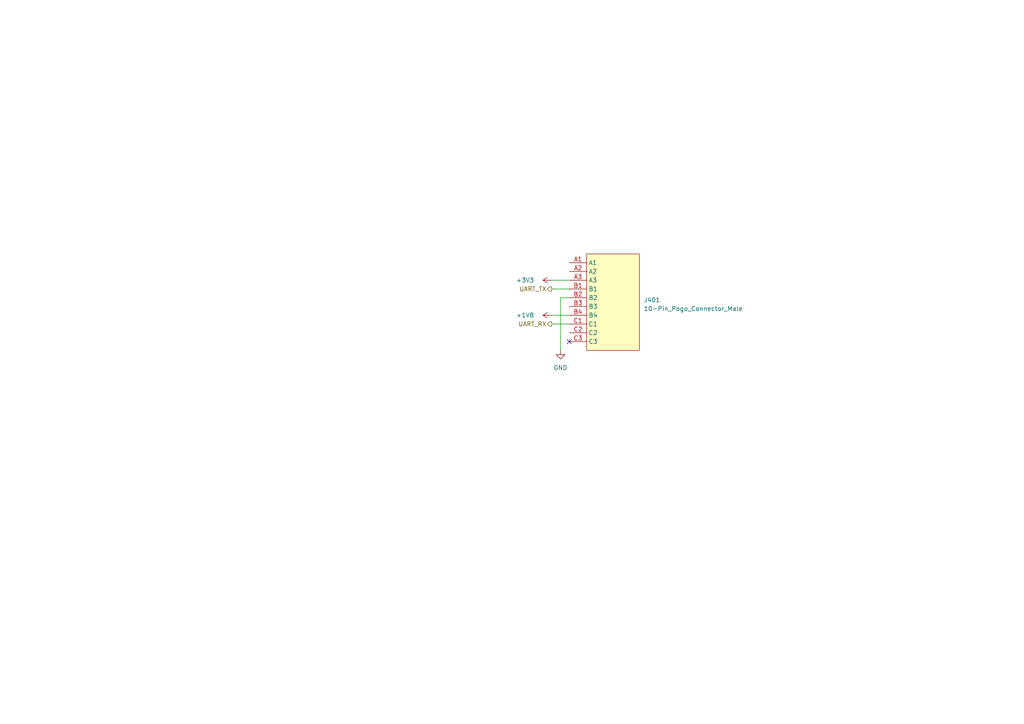
<source format=kicad_sch>
(kicad_sch (version 20230121) (generator eeschema)
  (paper "A4")
  (lib_symbols
    (symbol "power:+1V8" (power) (pin_names (offset 0))
      (property "Value" "+1V8" (at 0 3.556 0))
      (symbol "+1V8_0_1"
        (polyline (pts (xy -0.762 1.27) (xy 0 2.54)))
        (polyline (pts (xy 0 0) (xy 0 2.54)))
        (polyline (pts (xy 0 2.54) (xy 0.762 1.27)))
      )
      (symbol "+1V8_1_1"
        (pin power_in line (at 0 0 90) (length 0) hide (name "+1V8") (number "1"))
      )
    )
    (symbol "power:+3V3" (power) (pin_names (offset 0))
      (property "Value" "+3V3" (at 0 3.556 0))
      (symbol "+3V3_0_1"
        (polyline (pts (xy -0.762 1.27) (xy 0 2.54)))
        (polyline (pts (xy 0 0) (xy 0 2.54)))
        (polyline (pts (xy 0 2.54) (xy 0.762 1.27)))
      )
      (symbol "+3V3_1_1"
        (pin power_in line (at 0 0 90) (length 0) hide (name "+3V3") (number "1"))
      )
    )
    (symbol "power:GND" (power) (pin_names (offset 0))
      (property "Value" "GND" (at 0 -3.81 0))
      (symbol "GND_0_1"
        (polyline (pts (xy 0 0) (xy 0 -1.27) (xy 1.27 -1.27) (xy 0 -2.54) (xy -1.27 -1.27) (xy 0 -1.27)))
      )
      (symbol "GND_1_1"
        (pin power_in line (at 0 0 270) (length 0) hide (name "GND") (number "1"))
      )
    )
    (symbol "watch_symbols_lib:10-Pin_Pogo_Connector_Male" (in_bom no)
      (property "Reference" "J" (at 0 17.78 0))
      (property "Value" "10-Pin_Pogo_Connector_Male" (at 0 15.24 0))
      (symbol "10-Pin_Pogo_Connector_Male_0_0"
        (pin passive line (at -12.7 10.16 0) (length 5.08) (name "A1") (number "A1"))
        (pin passive line (at -12.7 7.62 0) (length 5.08) (name "A2") (number "A2"))
        (pin passive line (at -12.7 5.08 0) (length 5.08) (name "A3") (number "A3"))
        (pin passive line (at -12.7 2.54 0) (length 5.08) (name "B1") (number "B1"))
        (pin passive line (at -12.7 0 0) (length 5.08) (name "B2") (number "B2"))
        (pin passive line (at -12.7 -2.54 0) (length 5.08) (name "B3") (number "B3"))
        (pin passive line (at -12.7 -5.08 0) (length 5.08) (name "B4") (number "B4"))
        (pin passive line (at -12.7 -7.62 0) (length 5.08) (name "C1") (number "C1"))
        (pin passive line (at -12.7 -10.16 0) (length 5.08) (name "C2") (number "C2"))
        (pin passive line (at -12.7 -12.7 0) (length 5.08) (name "C3") (number "C3"))
      )
      (symbol "10-Pin_Pogo_Connector_Male_1_1"
        (rectangle (start -7.62 12.7) (end 7.62 -15.24) (fill (type background)))
      )
    )
  )
  (no_connect (at 165.1 99.06))
  (wire (pts (xy 162.56 86.36) (xy 162.56 101.6)))
  (wire (pts (xy 162.56 86.36) (xy 165.1 86.36)))
  (wire (pts (xy 160.02 81.28) (xy 165.1 81.28)))
  (wire (pts (xy 160.02 93.98) (xy 165.1 93.98)))
  (wire (pts (xy 160.02 83.82) (xy 165.1 83.82)))
  (wire (pts (xy 160.02 91.44) (xy 165.1 91.44)))
  (hierarchical_label "UART_RX" (shape output) (at 160.02 93.98 180))
  (hierarchical_label "UART_TX" (shape output) (at 160.02 83.82 180))
  (symbol (lib_id "power:+3V3") (at 160.02 81.28 90) (unit 1)
    (property "Reference" "#PWR0401" (effects hide))
    (property "Value" "+3V3" (at 154.94 81.28 90) (effects (justify left)))
  )
  (symbol (lib_id "watch_symbols_lib:10-Pin_Pogo_Connector_Male") (at 177.8 86.36 0) (unit 1) (in_bom no)
    (property "Reference" "J401" (at 186.69 86.995 0) (effects (justify left)))
    (property "Value" "10-Pin_Pogo_Connector_Male" (at 186.69 89.535 0) (effects (justify left)))
    (property "Footprint" "watch_footprints:10-Pin Pogo Connector Male" (effects hide))
  )
  (symbol (lib_id "power:GND") (at 162.56 101.6 0) (unit 1)
    (property "Reference" "#PWR0403" (effects hide))
    (property "Value" "GND" (at 162.56 106.68 0))
  )
  (symbol (lib_id "power:+1V8") (at 160.02 91.44 90) (unit 1)
    (property "Reference" "#PWR0402" (effects hide))
    (property "Value" "+1V8" (at 154.94 91.44 90) (effects (justify left)))
  )
)
</source>
